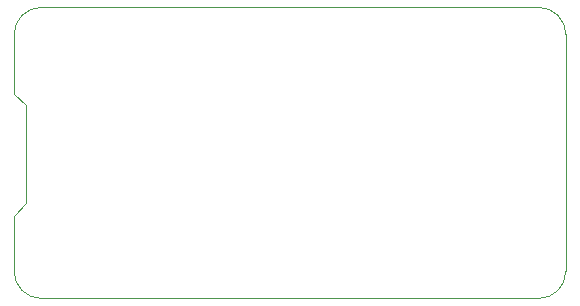
<source format=gbr>
G04 #@! TF.GenerationSoftware,KiCad,Pcbnew,(5.1.4)-1*
G04 #@! TF.CreationDate,2019-09-26T17:39:29-04:00*
G04 #@! TF.ProjectId,samd21-board,73616d64-3231-42d6-926f-6172642e6b69,rev?*
G04 #@! TF.SameCoordinates,Original*
G04 #@! TF.FileFunction,Profile,NP*
%FSLAX46Y46*%
G04 Gerber Fmt 4.6, Leading zero omitted, Abs format (unit mm)*
G04 Created by KiCad (PCBNEW (5.1.4)-1) date 2019-09-26 17:39:29*
%MOMM*%
%LPD*%
G04 APERTURE LIST*
%ADD10C,0.050000*%
G04 APERTURE END LIST*
D10*
X53594000Y-93065600D02*
X54610000Y-92024200D01*
X54610000Y-83693000D02*
X54610000Y-92024200D01*
X53594000Y-82727800D02*
X54610000Y-83693000D01*
X53594000Y-93065600D02*
X53594000Y-97790000D01*
X98018600Y-75438000D02*
G75*
G02X100304600Y-77724000I0J-2286000D01*
G01*
X98018600Y-100076000D02*
X55880000Y-100076000D01*
X100304600Y-97790000D02*
X100304600Y-77724000D01*
X100304600Y-97790000D02*
G75*
G02X98018600Y-100076000I-2286000J0D01*
G01*
X55880000Y-100076000D02*
G75*
G02X53594000Y-97790000I0J2286000D01*
G01*
X55880000Y-75438000D02*
X98018600Y-75438000D01*
X53594000Y-77724000D02*
G75*
G02X55880000Y-75438000I2286000J0D01*
G01*
X53594000Y-77724000D02*
X53594000Y-82727800D01*
M02*

</source>
